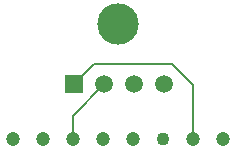
<source format=gbr>
%TF.GenerationSoftware,KiCad,Pcbnew,9.0.4*%
%TF.CreationDate,2025-09-09T11:26:36+01:00*%
%TF.ProjectId,dht11_m5stick,64687431-315f-46d3-9573-7469636b2e6b,rev?*%
%TF.SameCoordinates,Original*%
%TF.FileFunction,Copper,L2,Bot*%
%TF.FilePolarity,Positive*%
%FSLAX46Y46*%
G04 Gerber Fmt 4.6, Leading zero omitted, Abs format (unit mm)*
G04 Created by KiCad (PCBNEW 9.0.4) date 2025-09-09 11:26:36*
%MOMM*%
%LPD*%
G01*
G04 APERTURE LIST*
%TA.AperFunction,ComponentPad*%
%ADD10R,1.500000X1.500000*%
%TD*%
%TA.AperFunction,ComponentPad*%
%ADD11C,1.500000*%
%TD*%
%TA.AperFunction,ComponentPad*%
%ADD12C,3.500000*%
%TD*%
%TA.AperFunction,ComponentPad*%
%ADD13C,1.200000*%
%TD*%
%TA.AperFunction,ComponentPad*%
%ADD14C,1.100000*%
%TD*%
%TA.AperFunction,Conductor*%
%ADD15C,0.200000*%
%TD*%
G04 APERTURE END LIST*
D10*
%TO.P,U2,1,VDD*%
%TO.N,Net-(U1-3V3)*%
X129916900Y-59512200D03*
D11*
%TO.P,U2,2,DATA*%
%TO.N,Net-(U1-G26)*%
X132456900Y-59512200D03*
%TO.P,U2,3,NC*%
%TO.N,unconnected-(U2-NC-Pad3)*%
X134996900Y-59512200D03*
%TO.P,U2,4,GND*%
%TO.N,Net-(U1-GND)*%
X137536900Y-59512200D03*
%TD*%
D12*
%TO.P,TP1,1,1*%
%TO.N,unconnected-(TP1-Pad1)*%
X133629400Y-54381400D03*
%TD*%
D13*
%TO.P,U1,1,GND*%
%TO.N,Net-(U1-GND)*%
X124739400Y-64160400D03*
%TO.P,U1,2,5V_OUT*%
%TO.N,unconnected-(U1-5V_OUT-Pad2)*%
X127279400Y-64160400D03*
%TO.P,U1,3,G26*%
%TO.N,Net-(U1-G26)*%
X129819400Y-64160400D03*
%TO.P,U1,4,G36/G25*%
%TO.N,unconnected-(U1-G36{slash}G25-Pad4)*%
X132359400Y-64160400D03*
%TO.P,U1,5,G0*%
%TO.N,unconnected-(U1-G0-Pad5)*%
X134899400Y-64160400D03*
D14*
%TO.P,U1,6,BAT*%
%TO.N,unconnected-(U1-BAT-Pad6)*%
X137439400Y-64160400D03*
D13*
%TO.P,U1,7,3V3*%
%TO.N,Net-(U1-3V3)*%
X139979400Y-64160400D03*
%TO.P,U1,8,5V_IN*%
%TO.N,unconnected-(U1-5V_IN-Pad8)*%
X142519400Y-64160400D03*
%TD*%
D15*
%TO.N,Net-(U1-G26)*%
X132456900Y-59512200D02*
X129819400Y-62149700D01*
X129819400Y-62149700D02*
X129819400Y-64160400D01*
%TO.N,Net-(U1-3V3)*%
X139979400Y-59537600D02*
X139979400Y-64160400D01*
X131618700Y-57810400D02*
X138252200Y-57810400D01*
X129916900Y-59512200D02*
X131618700Y-57810400D01*
X138252200Y-57810400D02*
X139979400Y-59537600D01*
%TD*%
M02*

</source>
